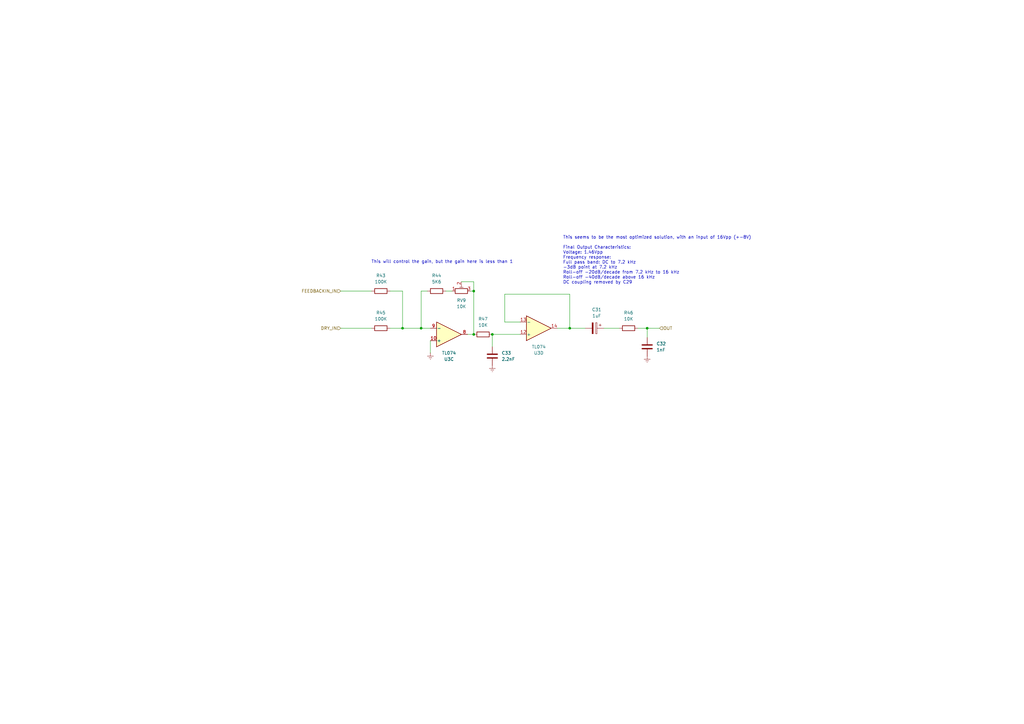
<source format=kicad_sch>
(kicad_sch (version 20231120) (generator "eeschema") (generator_version "8.0")
  (paper "A3")
  (lib_symbols
    (symbol "Amplifier_Operational:TL074" (pin_names (offset 0.127))
      (property "Reference" "U" (at 0 5.08 0))
      (property "Value" "TL074" (at 0 -5.08 0))
      (symbol "TL074_1_1"
        (polyline (pts (xy -5.08 5.08) (xy 5.08 0) (xy -5.08 -5.08) (xy -5.08 5.08)) (stroke (width 0.254)) (fill (type background)))
        (pin output line (at 7.62 0 180) (length 2.54) (name "~") (number "1"))
        (pin input line (at -7.62 -2.54 0) (length 2.54) (name "-") (number "2"))
        (pin input line (at -7.62 2.54 0) (length 2.54) (name "+") (number "3"))
      )
      (symbol "TL074_2_1"
        (polyline (pts (xy -5.08 5.08) (xy 5.08 0) (xy -5.08 -5.08) (xy -5.08 5.08)) (stroke (width 0.254)) (fill (type background)))
        (pin input line (at -7.62 2.54 0) (length 2.54) (name "+") (number "5"))
        (pin input line (at -7.62 -2.54 0) (length 2.54) (name "-") (number "6"))
        (pin output line (at 7.62 0 180) (length 2.54) (name "~") (number "7"))
      )
      (symbol "TL074_3_1"
        (polyline (pts (xy -5.08 5.08) (xy 5.08 0) (xy -5.08 -5.08) (xy -5.08 5.08)) (stroke (width 0.254)) (fill (type background)))
        (pin input line (at -7.62 2.54 0) (length 2.54) (name "+") (number "10"))
        (pin output line (at 7.62 0 180) (length 2.54) (name "~") (number "8"))
        (pin input line (at -7.62 -2.54 0) (length 2.54) (name "-") (number "9"))
      )
      (symbol "TL074_4_1"
        (polyline (pts (xy -5.08 5.08) (xy 5.08 0) (xy -5.08 -5.08) (xy -5.08 5.08)) (stroke (width 0.254)) (fill (type background)))
        (pin input line (at -7.62 2.54 0) (length 2.54) (name "+") (number "12"))
        (pin input line (at -7.62 -2.54 0) (length 2.54) (name "-") (number "13"))
        (pin output line (at 7.62 0 180) (length 2.54) (name "~") (number "14"))
      )
      (symbol "TL074_5_1"
        (pin power_in line (at -2.54 -7.62 90) (length 3.81) (name "V-") (number "11"))
        (pin power_in line (at -2.54 7.62 270) (length 3.81) (name "V+") (number "4"))
      )
    )
    (symbol "Device:C" (pin_numbers hide) (pin_names (offset 0.254))
      (property "Reference" "C" (at 0.635 2.54 0))
      (property "Value" "C" (at 0.635 -2.54 0))
      (symbol "C_0_1"
        (polyline (pts (xy -2.032 -0.762) (xy 2.032 -0.762)) (stroke (width 0.508)))
        (polyline (pts (xy -2.032 0.762) (xy 2.032 0.762)) (stroke (width 0.508)))
      )
      (symbol "C_1_1"
        (pin passive line (at 0 3.81 270) (length 2.794) (name "~") (number "1"))
        (pin passive line (at 0 -3.81 90) (length 2.794) (name "~") (number "2"))
      )
    )
    (symbol "Device:C_Polarized" (pin_numbers hide) (pin_names (offset 0.254))
      (property "Reference" "C" (at 0.635 2.54 0))
      (property "Value" "C_Polarized" (at 0.635 -2.54 0))
      (symbol "C_Polarized_0_1"
        (rectangle (start -2.286 0.508) (end 2.286 1.016))
        (polyline (pts (xy -1.778 2.286) (xy -0.762 2.286)))
        (polyline (pts (xy -1.27 2.794) (xy -1.27 1.778)))
        (rectangle (start 2.286 -0.508) (end -2.286 -1.016) (fill (type outline)))
      )
      (symbol "C_Polarized_1_1"
        (pin passive line (at 0 3.81 270) (length 2.794) (name "~") (number "1"))
        (pin passive line (at 0 -3.81 90) (length 2.794) (name "~") (number "2"))
      )
    )
    (symbol "Device:R" (pin_numbers hide) (pin_names (offset 0))
      (property "Reference" "R" (at 2.032 0 90))
      (property "Value" "R" (at 0 0 90))
      (symbol "R_0_1"
        (rectangle (start -1.016 -2.54) (end 1.016 2.54) (stroke (width 0.254)))
      )
      (symbol "R_1_1"
        (pin passive line (at 0 3.81 270) (length 1.27) (name "~") (number "1"))
        (pin passive line (at 0 -3.81 90) (length 1.27) (name "~") (number "2"))
      )
    )
    (symbol "Device:R_Potentiometer_Trim" (pin_names (offset 1.016) hide)
      (property "Reference" "RV" (at -4.445 0 90))
      (property "Value" "R_Potentiometer_Trim" (at -2.54 0 90))
      (symbol "R_Potentiometer_Trim_0_1"
        (polyline (pts (xy 1.524 0.762) (xy 1.524 -0.762)))
        (polyline (pts (xy 2.54 0) (xy 1.524 0)))
        (rectangle (start 1.016 2.54) (end -1.016 -2.54) (stroke (width 0.254)))
      )
      (symbol "R_Potentiometer_Trim_1_1"
        (pin passive line (at 0 3.81 270) (length 1.27) (name "1") (number "1"))
        (pin passive line (at 3.81 0 180) (length 1.27) (name "2") (number "2"))
        (pin passive line (at 0 -3.81 90) (length 1.27) (name "3") (number "3"))
      )
    )
    (symbol "power:GNDREF" (power) (pin_numbers hide) (pin_names (offset 0) hide)
      (property "Value" "GNDREF" (at 0 -3.81 0))
      (symbol "GNDREF_0_1"
        (polyline (pts (xy -0.635 -1.905) (xy 0.635 -1.905)))
        (polyline (pts (xy -0.127 -2.54) (xy 0.127 -2.54)))
        (polyline (pts (xy 0 -1.27) (xy 0 0)))
        (polyline (pts (xy 1.27 -1.27) (xy -1.27 -1.27)))
      )
      (symbol "GNDREF_1_1"
        (pin power_in line (at 0 0 270) (length 0) (name "~") (number "1"))
      )
    )
  )
  (junction (at 265.43 134.62))
  (junction (at 172.72 134.62))
  (junction (at 233.68 134.62))
  (junction (at 201.93 137.16))
  (junction (at 165.1 134.62))
  (junction (at 194.31 119.38))
  (junction (at 194.31 137.16))
  (wire (pts (xy 189.23 115.57) (xy 194.31 115.57)))
  (wire (pts (xy 207.01 120.65) (xy 233.68 120.65)))
  (wire (pts (xy 194.31 119.38) (xy 194.31 137.16)))
  (wire (pts (xy 265.43 134.62) (xy 265.43 138.43)))
  (wire (pts (xy 261.62 134.62) (xy 265.43 134.62)))
  (wire (pts (xy 172.72 119.38) (xy 172.72 134.62)))
  (wire (pts (xy 165.1 119.38) (xy 160.02 119.38)))
  (wire (pts (xy 165.1 119.38) (xy 165.1 134.62)))
  (wire (pts (xy 201.93 142.24) (xy 201.93 137.16)))
  (wire (pts (xy 165.1 134.62) (xy 172.72 134.62)))
  (wire (pts (xy 172.72 134.62) (xy 176.53 134.62)))
  (wire (pts (xy 213.36 132.08) (xy 207.01 132.08)))
  (wire (pts (xy 160.02 134.62) (xy 165.1 134.62)))
  (wire (pts (xy 139.7 119.38) (xy 152.4 119.38)))
  (wire (pts (xy 176.53 144.78) (xy 176.53 139.7)))
  (wire (pts (xy 247.65 134.62) (xy 254 134.62)))
  (wire (pts (xy 201.93 137.16) (xy 213.36 137.16)))
  (wire (pts (xy 240.03 134.62) (xy 233.68 134.62)))
  (wire (pts (xy 185.42 119.38) (xy 182.88 119.38)))
  (wire (pts (xy 172.72 119.38) (xy 175.26 119.38)))
  (wire (pts (xy 233.68 120.65) (xy 233.68 134.62)))
  (wire (pts (xy 194.31 137.16) (xy 191.77 137.16)))
  (wire (pts (xy 270.51 134.62) (xy 265.43 134.62)))
  (wire (pts (xy 207.01 132.08) (xy 207.01 120.65)))
  (wire (pts (xy 233.68 134.62) (xy 228.6 134.62)))
  (wire (pts (xy 194.31 115.57) (xy 194.31 119.38)))
  (wire (pts (xy 139.7 134.62) (xy 152.4 134.62)))
  (wire (pts (xy 193.04 119.38) (xy 194.31 119.38)))
  (text "This seems to be the most optimized solution, with an input of 16Vpp (+-8V)\n\nFinal Output Characteristics:\nVoltage: 1.46Vpp \nFrequency response:\nFull pass band: DC to 7.2 kHz\n-3dB point at 7.2 kHz\nRoll-off -20dB/decade from 7.2 kHz to 16 kHz\nRoll-off -40dB/decade above 16 kHz\nDC coupling removed by C29" (at 230.886 106.68 0) (effects (font (size 1.27 1.27)) (justify left)))
  (text "This will control the gain, but the gain here is less than 1" (at 181.356 107.442 0) (effects (font (size 1.27 1.27))))
  (hierarchical_label "FEEDBACKIN_IN" (shape input) (at 139.7 119.38 180))
  (hierarchical_label "OUT" (shape input) (at 270.51 134.62 0))
  (hierarchical_label "DRY_IN" (shape input) (at 139.7 134.62 180))
  (symbol (lib_id "Device:R") (at 179.07 119.38 270) (unit 1)
    (property "Reference" "R18" (at 179.07 113.03 90))
    (property "Value" "5K6" (at 179.07 115.57 90))
    (property "Footprint" "Resistor_SMD:R_0805_2012Metric_Pad1.20x1.40mm_HandSolder" (effects (hide yes)))
    (property "Description" "Resistor" (effects (hide yes)))
    (instances (project "ricochet" (path "" (reference "R44") (unit 1)) (path "" (reference "R18") (unit 1))))
  )
  (symbol (lib_id "Device:C_Polarized") (at 243.84 134.62 270) (unit 1)
    (property "Reference" "C17" (at 244.729 127 90))
    (property "Value" "1uF" (at 244.729 129.54 90))
    (property "Footprint" "Capacitor_THT:CP_Radial_D4.0mm_P2.00mm" (effects (hide yes)))
    (property "Description" "Polarized capacitor" (effects (hide yes)))
    (instances (project "ricochet" (path "" (reference "C31") (unit 1)) (path "" (reference "C17") (unit 1))))
  )
  (symbol (lib_id "Device:C") (at 265.43 142.24 180) (unit 1)
    (property "Reference" "C18" (at 269.24 140.9699 0) (effects (justify right)))
    (property "Value" "1nF" (at 269.24 143.5099 0) (effects (justify right)))
    (property "Footprint" "Capacitor_SMD:C_0805_2012Metric_Pad1.18x1.45mm_HandSolder" (effects (hide yes)))
    (property "Description" "Unpolarized capacitor" (effects (hide yes)))
    (instances (project "ricochet" (path "" (reference "C32") (unit 1)) (path "" (reference "C18") (unit 1))))
  )
  (symbol (lib_id "Device:R") (at 198.12 137.16 270) (unit 1)
    (property "Reference" "R21" (at 198.12 130.81 90))
    (property "Value" "10K" (at 198.12 133.35 90))
    (property "Footprint" "Resistor_SMD:R_0805_2012Metric_Pad1.20x1.40mm_HandSolder" (effects (hide yes)))
    (property "Description" "Resistor" (effects (hide yes)))
    (instances (project "ricochet" (path "" (reference "R47") (unit 1)) (path "" (reference "R21") (unit 1))))
  )
  (symbol (lib_id "Amplifier_Operational:TL074") (at 220.98 134.62 0) (mirror x) (unit 4)
    (property "Reference" "U3" (at 220.98 144.78 0))
    (property "Value" "TL074" (at 220.98 142.24 0))
    (property "Footprint" "Synth:SOIC-14" (effects (hide yes)))
    (property "Datasheet" "http://www.ti.com/lit/ds/symlink/tl071.pdf" (effects (hide yes)))
    (property "Description" "Quad Low-Noise JFET-Input Operational Amplifiers, DIP-14/SOIC-14" (effects (hide yes)))
    (instances (project "" (path "" (reference "U3") (unit 4)) (path "" (reference "U3") (unit 2))))
  )
  (symbol (lib_id "Device:R") (at 156.21 134.62 270) (unit 1)
    (property "Reference" "R45" (at 156.21 128.27 90))
    (property "Value" "100K" (at 156.21 130.81 90))
    (property "Footprint" "Resistor_SMD:R_0805_2012Metric_Pad1.20x1.40mm_HandSolder" (effects (hide yes)))
    (property "Description" "Resistor" (effects (hide yes)))
    (instances (project "ricochet" (path "" (reference "R45") (unit 1)) (path "" (reference "R19") (unit 1))))
  )
  (symbol (lib_id "Device:R") (at 156.21 119.38 270) (unit 1)
    (property "Reference" "R43" (at 156.21 113.03 90))
    (property "Value" "100K" (at 156.21 115.57 90))
    (property "Footprint" "Resistor_SMD:R_0805_2012Metric_Pad1.20x1.40mm_HandSolder" (effects (hide yes)))
    (property "Description" "Resistor" (effects (hide yes)))
    (instances (project "ricochet" (path "" (reference "R43") (unit 1)) (path "" (reference "R17") (unit 1))))
  )
  (symbol (lib_id "Amplifier_Operational:TL074") (at 184.15 137.16 0) (mirror x) (unit 3)
    (property "Reference" "U3" (at 184.15 147.32 0))
    (property "Value" "TL074" (at 184.15 144.78 0))
    (property "Footprint" "Synth:SOIC-14" (effects (hide yes)))
    (property "Datasheet" "http://www.ti.com/lit/ds/symlink/tl071.pdf" (effects (hide yes)))
    (property "Description" "Quad Low-Noise JFET-Input Operational Amplifiers, DIP-14/SOIC-14" (effects (hide yes)))
    (instances (project "" (path "" (reference "U3") (unit 3)) (path "" (reference "U3") (unit 1))))
  )
  (symbol (lib_id "Device:C") (at 201.93 146.05 180) (unit 1)
    (property "Reference" "C19" (at 205.74 144.7799 0) (effects (justify right)))
    (property "Value" "2.2nF" (at 205.74 147.3199 0) (effects (justify right)))
    (property "Footprint" "Capacitor_SMD:C_0805_2012Metric_Pad1.18x1.45mm_HandSolder" (effects (hide yes)))
    (property "Description" "Unpolarized capacitor" (effects (hide yes)))
    (instances (project "ricochet" (path "" (reference "C33") (unit 1)) (path "" (reference "C19") (unit 1))))
  )
  (symbol (lib_id "power:GNDREF") (at 201.93 149.86 0) (unit 1)
    (property "Reference" "#PWR039" (effects (hide yes)))
    (property "Value" "GNDREF" (effects (hide yes)))
    (property "Description" "Power symbol creates a global label with name \"GNDREF\" , reference supply ground" (effects (hide yes)))
    (instances (project "ricochet" (path "" (reference "#PWR057") (unit 1)) (path "" (reference "#PWR039") (unit 1))))
  )
  (symbol (lib_id "Device:R") (at 257.81 134.62 90) (unit 1)
    (property "Reference" "R20" (at 257.81 128.27 90))
    (property "Value" "10K" (at 257.81 130.81 90))
    (property "Footprint" "Resistor_SMD:R_0805_2012Metric_Pad1.20x1.40mm_HandSolder" (effects (hide yes)))
    (property "Description" "Resistor" (effects (hide yes)))
    (instances (project "ricochet" (path "" (reference "R46") (unit 1)) (path "" (reference "R20") (unit 1))))
  )
  (symbol (lib_id "power:GNDREF") (at 265.43 146.05 0) (unit 1)
    (property "Reference" "#PWR038" (effects (hide yes)))
    (property "Value" "GNDREF" (effects (hide yes)))
    (property "Description" "Power symbol creates a global label with name \"GNDREF\" , reference supply ground" (effects (hide yes)))
    (instances (project "ricochet" (path "" (reference "#PWR056") (unit 1)) (path "" (reference "#PWR038") (unit 1))))
  )
  (symbol (lib_id "Device:R_Potentiometer_Trim") (at 189.23 119.38 90) (unit 1)
    (property "Reference" "RV9" (at 189.23 123.19 90))
    (property "Value" "10K" (at 189.23 125.73 90))
    (property "Footprint" "Potentiometer_SMD:Potentiometer_ACP_CA6-VSMD_Vertical" (effects (hide yes)))
    (property "Description" "Trim-potentiometer" (effects (hide yes)))
    (instances (project "" (path "" (reference "RV9") (unit 1)) (path "" (reference "RV5") (unit 1))))
  )
  (symbol (lib_id "power:GNDREF") (at 176.53 144.78 0) (unit 1)
    (property "Reference" "#PWR055" (effects (hide yes)))
    (property "Value" "GNDREF" (effects (hide yes)))
    (property "Description" "Power symbol creates a global label with name \"GNDREF\" , reference supply ground" (effects (hide yes)))
    (instances (project "ricochet" (path "" (reference "#PWR055") (unit 1)) (path "" (reference "#PWR037") (unit 1))))
  )
)
</source>
